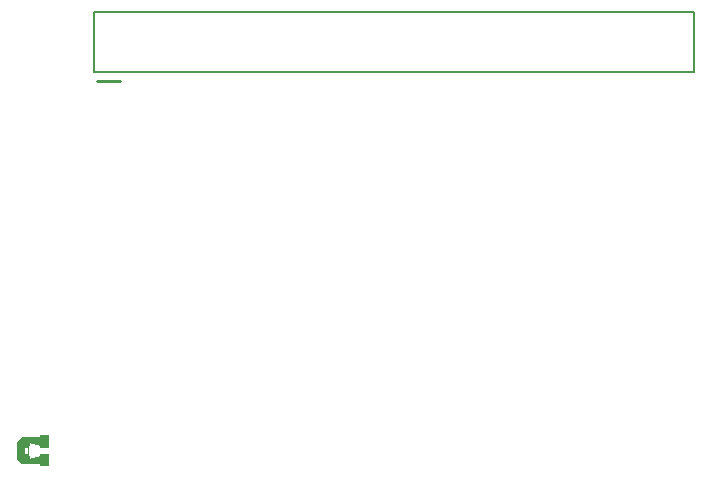
<source format=gbo>
G75*
%MOIN*%
%OFA0B0*%
%FSLAX24Y24*%
%IPPOS*%
%LPD*%
%AMOC8*
5,1,8,0,0,1.08239X$1,22.5*
%
%ADD10C,0.0100*%
%ADD11C,0.0080*%
%ADD12C,0.0010*%
D10*
X003045Y019519D02*
X003795Y019519D01*
D11*
X002945Y019819D02*
X002945Y021819D01*
X022945Y021819D01*
X022945Y019819D01*
X002945Y019819D01*
D12*
X001140Y006770D02*
X001140Y006700D01*
X001400Y006700D01*
X001400Y007090D01*
X001140Y007090D01*
X001140Y007010D01*
X000770Y006920D01*
X000770Y007030D01*
X000740Y007030D01*
X000740Y007190D01*
X000720Y007190D01*
X000720Y007080D01*
X000590Y007080D01*
X000590Y007320D01*
X000720Y007320D01*
X000720Y007190D01*
X000740Y007190D01*
X000740Y007380D01*
X000770Y007380D01*
X000770Y007490D01*
X001140Y007380D01*
X001140Y007320D01*
X001400Y007320D01*
X001400Y007700D01*
X001140Y007700D01*
X001140Y007640D01*
X000530Y007640D01*
X000370Y007480D01*
X000370Y006930D01*
X000520Y006770D01*
X001140Y006770D01*
X001140Y006763D02*
X001400Y006763D01*
X001400Y006755D02*
X001140Y006755D01*
X001140Y006746D02*
X001400Y006746D01*
X001400Y006738D02*
X001140Y006738D01*
X001140Y006729D02*
X001400Y006729D01*
X001400Y006721D02*
X001140Y006721D01*
X001140Y006712D02*
X001400Y006712D01*
X001400Y006704D02*
X001140Y006704D01*
X001400Y006772D02*
X000518Y006772D01*
X000510Y006780D02*
X001400Y006780D01*
X001400Y006789D02*
X000502Y006789D01*
X000495Y006797D02*
X001400Y006797D01*
X001400Y006806D02*
X000487Y006806D01*
X000479Y006814D02*
X001400Y006814D01*
X001400Y006823D02*
X000471Y006823D01*
X000463Y006831D02*
X001400Y006831D01*
X001400Y006840D02*
X000455Y006840D01*
X000447Y006848D02*
X001400Y006848D01*
X001400Y006857D02*
X000439Y006857D01*
X000431Y006865D02*
X001400Y006865D01*
X001400Y006874D02*
X000423Y006874D01*
X000415Y006882D02*
X001400Y006882D01*
X001400Y006891D02*
X000407Y006891D01*
X000399Y006899D02*
X001400Y006899D01*
X001400Y006908D02*
X000391Y006908D01*
X000383Y006916D02*
X001400Y006916D01*
X001400Y006925D02*
X000789Y006925D01*
X000770Y006925D02*
X000375Y006925D01*
X000370Y006933D02*
X000770Y006933D01*
X000770Y006942D02*
X000370Y006942D01*
X000370Y006950D02*
X000770Y006950D01*
X000770Y006959D02*
X000370Y006959D01*
X000370Y006967D02*
X000770Y006967D01*
X000770Y006976D02*
X000370Y006976D01*
X000370Y006984D02*
X000770Y006984D01*
X000770Y006993D02*
X000370Y006993D01*
X000370Y007001D02*
X000770Y007001D01*
X000770Y007010D02*
X000370Y007010D01*
X000370Y007018D02*
X000770Y007018D01*
X000770Y007027D02*
X000370Y007027D01*
X000370Y007035D02*
X000740Y007035D01*
X000740Y007044D02*
X000370Y007044D01*
X000370Y007052D02*
X000740Y007052D01*
X000740Y007061D02*
X000370Y007061D01*
X000370Y007069D02*
X000740Y007069D01*
X000740Y007078D02*
X000370Y007078D01*
X000370Y007086D02*
X000590Y007086D01*
X000590Y007095D02*
X000370Y007095D01*
X000370Y007103D02*
X000590Y007103D01*
X000590Y007112D02*
X000370Y007112D01*
X000370Y007120D02*
X000590Y007120D01*
X000590Y007129D02*
X000370Y007129D01*
X000370Y007137D02*
X000590Y007137D01*
X000590Y007146D02*
X000370Y007146D01*
X000370Y007154D02*
X000590Y007154D01*
X000590Y007163D02*
X000370Y007163D01*
X000370Y007171D02*
X000590Y007171D01*
X000590Y007180D02*
X000370Y007180D01*
X000370Y007188D02*
X000590Y007188D01*
X000590Y007197D02*
X000370Y007197D01*
X000370Y007205D02*
X000590Y007205D01*
X000590Y007214D02*
X000370Y007214D01*
X000370Y007222D02*
X000590Y007222D01*
X000590Y007231D02*
X000370Y007231D01*
X000370Y007239D02*
X000590Y007239D01*
X000590Y007248D02*
X000370Y007248D01*
X000370Y007256D02*
X000590Y007256D01*
X000590Y007265D02*
X000370Y007265D01*
X000370Y007273D02*
X000590Y007273D01*
X000590Y007282D02*
X000370Y007282D01*
X000370Y007290D02*
X000590Y007290D01*
X000590Y007299D02*
X000370Y007299D01*
X000370Y007307D02*
X000590Y007307D01*
X000590Y007316D02*
X000370Y007316D01*
X000370Y007324D02*
X000740Y007324D01*
X000740Y007316D02*
X000720Y007316D01*
X000720Y007307D02*
X000740Y007307D01*
X000740Y007299D02*
X000720Y007299D01*
X000720Y007290D02*
X000740Y007290D01*
X000740Y007282D02*
X000720Y007282D01*
X000720Y007273D02*
X000740Y007273D01*
X000740Y007265D02*
X000720Y007265D01*
X000720Y007256D02*
X000740Y007256D01*
X000740Y007248D02*
X000720Y007248D01*
X000720Y007239D02*
X000740Y007239D01*
X000740Y007231D02*
X000720Y007231D01*
X000720Y007222D02*
X000740Y007222D01*
X000740Y007214D02*
X000720Y007214D01*
X000720Y007205D02*
X000740Y007205D01*
X000740Y007197D02*
X000720Y007197D01*
X000720Y007188D02*
X000740Y007188D01*
X000740Y007180D02*
X000720Y007180D01*
X000720Y007171D02*
X000740Y007171D01*
X000740Y007163D02*
X000720Y007163D01*
X000720Y007154D02*
X000740Y007154D01*
X000740Y007146D02*
X000720Y007146D01*
X000720Y007137D02*
X000740Y007137D01*
X000740Y007129D02*
X000720Y007129D01*
X000720Y007120D02*
X000740Y007120D01*
X000740Y007112D02*
X000720Y007112D01*
X000720Y007103D02*
X000740Y007103D01*
X000740Y007095D02*
X000720Y007095D01*
X000720Y007086D02*
X000740Y007086D01*
X000824Y006933D02*
X001400Y006933D01*
X001400Y006942D02*
X000859Y006942D01*
X000894Y006950D02*
X001400Y006950D01*
X001400Y006959D02*
X000929Y006959D01*
X000964Y006967D02*
X001400Y006967D01*
X001400Y006976D02*
X000999Y006976D01*
X001034Y006984D02*
X001400Y006984D01*
X001400Y006993D02*
X001069Y006993D01*
X001104Y007001D02*
X001400Y007001D01*
X001400Y007010D02*
X001139Y007010D01*
X001140Y007018D02*
X001400Y007018D01*
X001400Y007027D02*
X001140Y007027D01*
X001140Y007035D02*
X001400Y007035D01*
X001400Y007044D02*
X001140Y007044D01*
X001140Y007052D02*
X001400Y007052D01*
X001400Y007061D02*
X001140Y007061D01*
X001140Y007069D02*
X001400Y007069D01*
X001400Y007078D02*
X001140Y007078D01*
X001140Y007086D02*
X001400Y007086D01*
X001400Y007324D02*
X001140Y007324D01*
X001140Y007333D02*
X001400Y007333D01*
X001400Y007341D02*
X001140Y007341D01*
X001140Y007350D02*
X001400Y007350D01*
X001400Y007358D02*
X001140Y007358D01*
X001140Y007367D02*
X001400Y007367D01*
X001400Y007375D02*
X001140Y007375D01*
X001128Y007384D02*
X001400Y007384D01*
X001400Y007392D02*
X001099Y007392D01*
X001070Y007401D02*
X001400Y007401D01*
X001400Y007409D02*
X001042Y007409D01*
X001013Y007418D02*
X001400Y007418D01*
X001400Y007426D02*
X000985Y007426D01*
X000956Y007435D02*
X001400Y007435D01*
X001400Y007443D02*
X000927Y007443D01*
X000899Y007452D02*
X001400Y007452D01*
X001400Y007460D02*
X000870Y007460D01*
X000842Y007469D02*
X001400Y007469D01*
X001400Y007477D02*
X000813Y007477D01*
X000784Y007486D02*
X001400Y007486D01*
X001400Y007494D02*
X000384Y007494D01*
X000376Y007486D02*
X000770Y007486D01*
X000770Y007477D02*
X000370Y007477D01*
X000370Y007469D02*
X000770Y007469D01*
X000770Y007460D02*
X000370Y007460D01*
X000370Y007452D02*
X000770Y007452D01*
X000770Y007443D02*
X000370Y007443D01*
X000370Y007435D02*
X000770Y007435D01*
X000770Y007426D02*
X000370Y007426D01*
X000370Y007418D02*
X000770Y007418D01*
X000770Y007409D02*
X000370Y007409D01*
X000370Y007401D02*
X000770Y007401D01*
X000770Y007392D02*
X000370Y007392D01*
X000370Y007384D02*
X000770Y007384D01*
X000740Y007375D02*
X000370Y007375D01*
X000370Y007367D02*
X000740Y007367D01*
X000740Y007358D02*
X000370Y007358D01*
X000370Y007350D02*
X000740Y007350D01*
X000740Y007341D02*
X000370Y007341D01*
X000370Y007333D02*
X000740Y007333D01*
X000478Y007588D02*
X001400Y007588D01*
X001400Y007596D02*
X000486Y007596D01*
X000495Y007605D02*
X001400Y007605D01*
X001400Y007613D02*
X000503Y007613D01*
X000512Y007622D02*
X001400Y007622D01*
X001400Y007630D02*
X000520Y007630D01*
X000529Y007639D02*
X001400Y007639D01*
X001400Y007647D02*
X001140Y007647D01*
X001140Y007656D02*
X001400Y007656D01*
X001400Y007664D02*
X001140Y007664D01*
X001140Y007673D02*
X001400Y007673D01*
X001400Y007681D02*
X001140Y007681D01*
X001140Y007690D02*
X001400Y007690D01*
X001400Y007698D02*
X001140Y007698D01*
X001400Y007579D02*
X000469Y007579D01*
X000461Y007571D02*
X001400Y007571D01*
X001400Y007562D02*
X000452Y007562D01*
X000444Y007554D02*
X001400Y007554D01*
X001400Y007545D02*
X000435Y007545D01*
X000427Y007537D02*
X001400Y007537D01*
X001400Y007528D02*
X000418Y007528D01*
X000410Y007520D02*
X001400Y007520D01*
X001400Y007511D02*
X000401Y007511D01*
X000393Y007503D02*
X001400Y007503D01*
M02*

</source>
